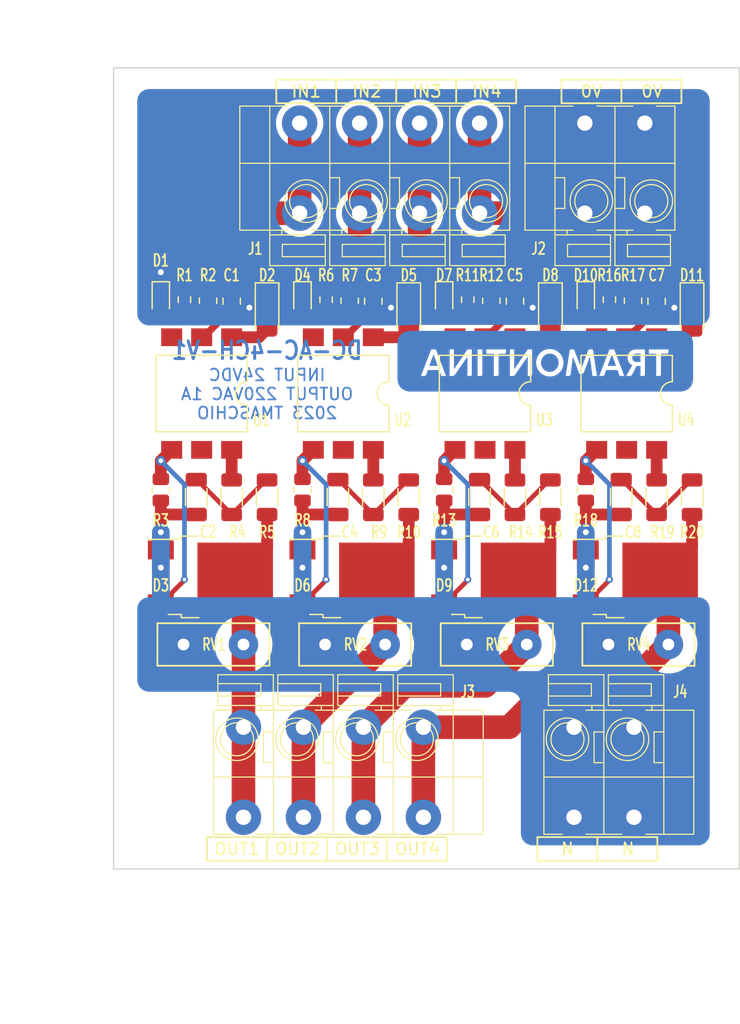
<source format=kicad_pcb>
(kicad_pcb (version 20221018) (generator pcbnew)
  (layers (0 "F.Cu" signal) (31 "B.Cu" signal) (34 "B.Paste" user) (35 "F.Paste" user) (36 "B.SilkS" user "B.Silkscreen") (37 "F.SilkS" user "F.Silkscreen") (38 "B.Mask" user) (39 "F.Mask" user) (44 "Edge.Cuts" user))
  (net 0 "")
  (net 1 "GND")
  (net 2 "Net-(D2-K)")
  (net 3 "Net-(C2-Pad1)")
  (net 4 "NEUTRAL")
  (net 5 "Net-(D5-K)")
  (net 6 "Net-(C4-Pad1)")
  (net 7 "Net-(D8-K)")
  (net 8 "Net-(C6-Pad1)")
  (net 9 "Net-(D11-K)")
  (net 10 "Net-(C8-Pad1)")
  (net 11 "Net-(D1-A)")
  (net 12 "Net-(D2-A)")
  (net 13 "Net-(D3-A2)")
  (net 14 "Net-(D3-G)")
  (net 15 "Net-(D4-A)")
  (net 16 "Net-(D5-A)")
  (net 17 "Net-(D6-A2)")
  (net 18 "Net-(D6-G)")
  (net 19 "Net-(D7-A)")
  (net 20 "Net-(D8-A)")
  (net 21 "Net-(D9-A2)")
  (net 22 "Net-(D9-G)")
  (net 23 "Net-(D10-A)")
  (net 24 "Net-(D11-A)")
  (net 25 "Net-(D12-A2)")
  (net 26 "Net-(D12-G)")
  (net 27 "Net-(J1-Pin_1)")
  (net 28 "Net-(J1-Pin_2)")
  (net 29 "Net-(J1-Pin_3)")
  (net 30 "Net-(J1-Pin_4)")
  (net 31 "Net-(R4-Pad2)")
  (net 32 "Net-(R9-Pad2)")
  (net 33 "Net-(R14-Pad2)")
  (net 34 "Net-(R19-Pad2)")
  (footprint "Tales:R_0603_1608Metric" (layer "F.Cu") (at 126 81.825 -90)
    (fp_text reference "R1")
    (fp_text value "5,6k/100mW")
  )
  (footprint "Tales:Logo_Tramontina_25mm_Bottom" (layer "F.Cu") (at 156.5 87)
    (fp_text reference "REF**" hide)
    (fp_text value "Logo_Tramontina_25mm_Silk" hide)
  )
  (footprint "Tales:C_1206_3216Metric" (layer "F.Cu") (at 151 98.525 -90)
    (fp_text reference "C6")
    (fp_text value "22nF/630V")
  )
  (footprint "Tales:LED_0603_1608Metric" (layer "F.Cu") (at 148 81.7875 -90)
    (fp_text reference "D7")
    (fp_text value "GREEN")
  )
  (footprint "Tales:C_1206_3216Metric" (layer "F.Cu") (at 127 98.525 -90)
    (fp_text reference "C2")
    (fp_text value "22nF/630V")
  )
  (footprint "Tales:TerminalBlock_Dibo_DB142V-5.08-4P_1x04_P5.08mm_Vertical" (layer "F.Cu") (at 131 125.62)
    (fp_text reference "J3")
    (fp_text value "DB142V-5.08-4P")
  )
  (footprint "Tales:D_SOD-123" (layer "F.Cu") (at 169 82.65 -90)
    (fp_text reference "D11")
    (fp_text value "9V1/500mW")
  )
  (footprint "Tales:R_0805_2012Metric" (layer "F.Cu") (at 160 97.9125 -90)
    (fp_text reference "R18")
    (fp_text value "390R/125mW")
  )
  (footprint "Tales:R_0805_2012Metric" (layer "F.Cu") (at 152 81.9125 -90)
    (fp_text reference "R12")
    (fp_text value "1k8/125mW")
  )
  (footprint "Tales:R_1206_3216Metric" (layer "F.Cu") (at 157 98.5375 90)
    (fp_text reference "R15")
    (fp_text value "51R/250mW")
  )
  (footprint "Tales:C_0805_2012Metric" (layer "F.Cu") (at 142 81.95 -90)
    (fp_text reference "C3")
    (fp_text value "33nF/50V")
  )
  (footprint "Tales:C_1206_3216Metric" (layer "F.Cu") (at 139 98.525 -90)
    (fp_text reference "C4")
    (fp_text value "22nF/630V")
  )
  (footprint "Tales:R_1206_3216Metric" (layer "F.Cu") (at 145 98.5375 90)
    (fp_text reference "R10")
    (fp_text value "51R/250mW")
  )
  (footprint "Tales:LED_0603_1608Metric" (layer "F.Cu") (at 124 81.7875 -90)
    (fp_text reference "D1")
    (fp_text value "GREEN")
  )
  (footprint "Tales:SMDIP-6_W9.53mm_Clearance8mm" (layer "F.Cu") (at 163.46 89.765 -90)
    (fp_text reference "U4")
    (fp_text value "MOC3063S")
  )
  (footprint "Tales:TO-252-2" (layer "F.Cu") (at 152.2 105.28)
    (fp_text reference "D9")
    (fp_text value "T435-600B")
  )
  (footprint "Tales:R_0805_2012Metric" (layer "F.Cu") (at 148 97.9125 -90)
    (fp_text reference "R13")
    (fp_text value "390R/125mW")
  )
  (footprint "Tales:C_1206_3216Metric" (layer "F.Cu") (at 163 98.525 -90)
    (fp_text reference "C8")
    (fp_text value "22nF/630V")
  )
  (footprint "Tales:R_0805_2012Metric" (layer "F.Cu") (at 136 97.9125 -90)
    (fp_text reference "R8")
    (fp_text value "390R/125mW")
  )
  (footprint "Tales:TO-252-2" (layer "F.Cu") (at 164.2 105.28)
    (fp_text reference "D12")
    (fp_text value "T435-600B")
  )
  (footprint "Tales:R_1206_3216Metric" (layer "F.Cu") (at 154 98.5375 90)
    (fp_text reference "R14")
    (fp_text value "150R/250mW")
  )
  (footprint "Tales:C_0805_2012Metric" (layer "F.Cu") (at 154 81.95 -90)
    (fp_text reference "C5")
    (fp_text value "33nF/50V")
  )
  (footprint "Tales:TO-252-2" (layer "F.Cu") (at 128.2 105.28)
    (fp_text reference "D3")
    (fp_text value "T435-600B")
  )
  (footprint "Tales:R_0603_1608Metric" (layer "F.Cu") (at 162 81.825 -90)
    (fp_text reference "R16")
    (fp_text value "5,6k/100mW")
  )
  (footprint "Tales:RV_Disc_D9.50mm_W3.6mm_P5.08mm" (layer "F.Cu") (at 155 111 180)
    (fp_text reference "RV3")
    (fp_text value "275VAC")
  )
  (footprint "Tales:TerminalBlock_Dibo_DB142V-5.08-4P_1x04_P5.08mm_Vertical" (layer "F.Cu") (at 151 66.88 180)
    (fp_text reference "J1")
    (fp_text value "DB142V-5.08-4P")
  )
  (footprint "Tales:R_0603_1608Metric" (layer "F.Cu") (at 150 81.825 -90)
    (fp_text reference "R11")
    (fp_text value "5,6k/100mW")
  )
  (footprint "Tales:TO-252-2" (layer "F.Cu") (at 140.2 105.28)
    (fp_text reference "D6")
    (fp_text value "T435-600B")
  )
  (footprint "Tales:R_0603_1608Metric" (layer "F.Cu") (at 138 81.825 -90)
    (fp_text reference "R6")
    (fp_text value "5,6k/100mW")
  )
  (footprint "Tales:TerminalBlock_Dibo_DB142V-5.08-2P_1x02_P5.08mm_Vertical" (layer "F.Cu") (at 159 125.62)
    (fp_text reference "J4")
    (fp_text value "DB142V-5.08-2P")
  )
  (footprint "Tales:RV_Disc_D9.50mm_W3.6mm_P5.08mm" (layer "F.Cu") (at 167 111 180)
    (fp_text reference "RV4")
    (fp_text value "275VAC")
  )
  (footprint "Tales:R_0805_2012Metric" (layer "F.Cu") (at 128 81.9125 -90)
    (fp_text reference "R2")
    (fp_text value "1k8/125mW")
  )
  (footprint "Tales:D_SOD-123" (layer "F.Cu") (at 157 82.65 -90)
    (fp_text reference "D8")
    (fp_text value "9V1/500mW")
  )
  (footprint "Tales:R_1206_3216Metric" (layer "F.Cu") (at 169 98.5375 90)
    (fp_text reference "R20")
    (fp_text value "51R/250mW")
  )
  (footprint "Tales:R_0805_2012Metric" (layer "F.Cu") (at 140 81.9125 -90)
    (fp_text reference "R7")
    (fp_text value "1k8/125mW")
  )
  (footprint "Tales:RV_Disc_D9.50mm_W3.6mm_P5.08mm" (layer "F.Cu") (at 131 111 180)
    (fp_text reference "RV1")
    (fp_text value "275VAC")
  )
  (footprint "Tales:TerminalBlock_Dibo_DB142V-5.08-2P_1x02_P5.08mm_Vertical" (layer "F.Cu") (at 165 66.88 180)
    (fp_text reference "J2")
    (fp_text value "DB142V-5.08-2P")
  )
  (footprint "Tales:R_1206_3216Metric" (layer "F.Cu") (at 133 98.5375 90)
    (fp_text reference "R5")
    (fp_text value "51R/250mW")
  )
  (footprint "Tales:LED_0603_1608Metric" (layer "F.Cu") (at 160 81.7875 -90)
    (fp_text reference "D10")
    (fp_text value "GREEN")
  )
  (footprint "Tales:SMDIP-6_W9.53mm_Clearance8mm" (layer "F.Cu") (at 139.46 89.765 -90)
    (fp_text reference "U2")
    (fp_text value "MOC3063S")
  )
  (footprint "Tales:C_0805_2012Metric" (layer "F.Cu") (at 166 81.95 -90)
    (fp_text reference "C7")
    (fp_text value "33nF/50V")
  )
  (footprint "Tales:RV_Disc_D9.50mm_W3.6mm_P5.08mm" (layer "F.Cu") (at 143 111 180)
    (fp_text reference "RV2")
    (fp_text value "275VAC")
  )
  (footprint "Tales:D_SOD-123" (layer "F.Cu") (at 133 82.65 -90)
    (fp_text reference "D2")
    (fp_text value "9V1/500mW")
  )
  (footprint "Tales:C_0805_2012Metric" (layer "F.Cu") (at 130 81.95 -90)
    (fp_text reference "C1")
    (fp_text value "33nF/50V")
  )
  (footprint "Tales:D_SOD-123" (layer "F.Cu") (at 145 82.65 -90)
    (fp_text reference "D5")
    (fp_text value "9V1/500mW")
  )
  (footprint "Tales:LED_0603_1608Metric" (layer "F.Cu") (at 136 81.7875 -90)
    (fp_text reference "D4")
    (fp_text value "GREEN")
  )
  (footprint "Tales:SMDIP-6_W9.53mm_Clearance8mm" (layer "F.Cu") (at 127.46 89.765 -90)
    (fp_text reference "U1")
    (fp_text value "MOC3063S")
  )
  (footprint "Tales:SMDIP-6_W9.53mm_Clearance8mm" (layer "F.Cu") (at 151.46 89.765 -90)
    (fp_text reference "U3")
    (fp_text value "MOC3063S")
  )
  (footprint "Tales:R_1206_3216Metric" (layer "F.Cu") (at 130 98.5375 90)
    (fp_text reference "R4")
    (fp_text value "150R/250mW")
  )
  (footprint "Tales:R_0805_2012Metric" (layer "F.Cu") (at 124 97.9125 -90)
    (fp_text reference "R3")
    (fp_text value "390R/125mW")
  )
  (footprint "Tales:R_1206_3216Metric" (layer "F.Cu") (at 166 98.5375 90)
    (fp_text reference "R19")
    (fp_text value "150R/250mW")
  )
  (footprint "Tales:R_1206_3216Metric" (layer "F.Cu") (at 142 98.5375 90)
    (fp_text reference "R9")
    (fp_text value "150R/250mW")
  )
  (footprint "Tales:R_0805_2012Metric" (layer "F.Cu") (at 164 81.9125 -90)
    (fp_text reference "R17")
    (fp_text value "1k8/125mW")
  )
  (gr_line (start 143.14 127.3) (end 143.14 129.3) (stroke (width 0.15)) (layer "F.SilkS"))
  (gr_rect (start 133.78 63.2) (end 154.1 65.2) (stroke (width 0.15)) (fill none) (layer "F.SilkS"))
  (gr_line (start 160.98 127.3) (end 160.98 129.3) (stroke (width 0.15)) (layer "F.SilkS"))
  (gr_line (start 132.98 127.3) (end 132.98 129.3) (stroke (width 0.15)) (layer "F.SilkS"))
  (gr_rect (start 155.9 127.3) (end 166.06 129.3) (stroke (width 0.15)) (fill none) (layer "F.SilkS"))
  (gr_rect (start 157.94 63.2) (end 168.1 65.2) (stroke (width 0.15)) (fill none) (layer "F.SilkS"))
  (gr_line (start 138.06 127.3) (end 138.06 129.3) (stroke (width 0.15)) (layer "F.SilkS"))
  (gr_line (start 163.02 63.2) (end 163.02 65.2) (stroke (width 0.15)) (layer "F.SilkS"))
  (gr_line (start 149.02 63.2) (end 149.02 65.2) (stroke (width 0.15)) (layer "F.SilkS"))
  (gr_line (start 138.86 63.2) (end 138.86 65.2) (stroke (width 0.15)) (layer "F.SilkS"))
  (gr_rect (start 127.9 127.3) (end 148.22 129.3) (stroke (width 0.15)) (fill none) (layer "F.SilkS"))
  (gr_line (start 143.94 63.2) (end 143.94 65.2) (stroke (width 0.15)) (layer "F.SilkS"))
  (gr_rect (start 120 62.2) (end 173 130) (stroke (width 0.1)) (fill none) (layer "Edge.Cuts"))
  (gr_text "DC-AC-4CH-V1" (at 133 87) (layer "B.Cu") (effects (font (size 1.5 1.3) (thickness 0.25) bold) (justify bottom mirror)))
  (gr_text "INPUT 24VDC\nOUTPUT 220VAC 1A\n2023 TMASCHIO" (at 133 92) (layer "B.Cu") (effects (font (size 1 1)) (justify bottom mirror)))
  (gr_text "0V" (at 160.48 64.2) (layer "F.SilkS") (effects (font (size 1 1) (thickness 0.16) bold)))
  (gr_text "IN3" (at 146.54 64.2) (layer "F.SilkS") (effects (font (size 1 1) (thickness 0.16) bold)))
  (gr_text "N" (at 158.44 128.3) (layer "F.SilkS") (effects (font (size 1 1) (thickness 0.16) bold)))
  (gr_text "OUT4" (at 145.74 128.3) (layer "F.SilkS") (effects (font (size 1 1) (thickness 0.16) bold)))
  (gr_text "OUT2" (at 135.58 128.3) (layer "F.SilkS") (effects (font (size 1 1) (thickness 0.16) bold)))
  (gr_text "N" (at 163.58 128.3) (layer "F.SilkS") (effects (font (size 1 1) (thickness 0.16) bold)))
  (gr_text "OUT1" (at 130.44 128.3) (layer "F.SilkS") (effects (font (size 1 1) (thickness 0.16) bold)))
  (gr_text "IN4" (at 151.62 64.2) (layer "F.SilkS") (effects (font (size 1 1) (thickness 0.16) bold)))
  (gr_text "OUT3" (at 140.66 128.3) (layer "F.SilkS") (effects (font (size 1 1) (thickness 0.16) bold)))
  (gr_text "0V" (at 165.62 64.2) (layer "F.SilkS") (effects (font (size 1 1) (thickness 0.16) bold)))
  (gr_text "IN1" (at 136.32 64.2) (layer "F.SilkS") (effects (font (size 1 1) (thickness 0.16) bold)))
  (gr_text "IN2" (at 141.46 64.2) (layer "F.SilkS") (effects (font (size 1 1) (thickness 0.16) bold)))
  (segment (start 155.1 82.9) (end 155.5 82.5) (width 0.8) (layer "F.Cu") (net 1))
  (segment (start 139.46 85) (end 139.6 85) (width 0.6) (layer "F.Cu") (net 1))
  (segment (start 134.5 82.5) (end 131.5 82.5) (width 0.8) (layer "F.Cu") (net 1))
  (segment (start 163.46 85) (end 163.6 85) (width 0.6) (layer "F.Cu") (net 1))
  (segment (start 153.7 82.9) (end 154 82.9) (width 0.6) (layer "F.Cu") (net 1))
  (segment (start 148 81) (end 146.5 82.5) (width 0.8) (layer "F.Cu") (net 1))
  (segment (start 129.7 82.9) (end 130 82.9) (width 0.6) (layer "F.Cu") (net 1))
  (segment (start 124 81) (end 124 79.5) (width 0.8) (layer "F.Cu") (net 1))
  (segment (start 151.46 85) (end 151.6 85) (width 0.6) (layer "F.Cu") (net 1))
  (segment (start 131.1 82.9) (end 131.5 82.5) (width 0.8) (layer "F.Cu") (net 1))
  (segment (start 142 82.9) (end 143.1 82.9) (width 0.8) (layer "F.Cu") (net 1))
  (segment (start 143.1 82.9) (end 143.5 82.5) (width 0.8) (layer "F.Cu") (net 1))
  (segment (start 146.5 82.5) (end 143.5 82.5) (width 0.8) (layer "F.Cu") (net 1))
  (segment (start 127.46 85) (end 127.6 85) (width 0.6) (layer "F.Cu") (net 1))
  (segment (start 127.6 85) (end 129.7 82.9) (width 0.6) (layer "F.Cu") (net 1))
  (segment (start 141.7 82.9) (end 142 82.9) (width 0.6) (layer "F.Cu") (net 1))
  (segment (start 130 82.9) (end 131.1 82.9) (width 0.8) (layer "F.Cu") (net 1))
  (segment (start 165.7 82.9) (end 166 82.9) (width 0.6) (layer "F.Cu") (net 1))
  (segment (start 139.6 85) (end 141.7 82.9) (width 0.6) (layer "F.Cu") (net 1))
  (segment (start 166 82.9) (end 167.1 82.9) (width 0.8) (layer "F.Cu") (net 1))
  (segment (start 136 81) (end 134.5 82.5) (width 0.8) (layer "F.Cu") (net 1))
  (segment (start 154 82.9) (end 155.1 82.9) (width 0.8) (layer "F.Cu") (net 1))
  (segment (start 158.5 82.5) (end 155.5 82.5) (width 0.8) (layer "F.Cu") (net 1))
  (segment (start 151.6 85) (end 153.7 82.9) (width 0.6) (layer "F.Cu") (net 1))
  (segment (start 160 81) (end 158.5 82.5) (width 0.8) (layer "F.Cu") (net 1))
  (segment (start 167.1 82.9) (end 167.5 82.5) (width 0.8) (layer "F.Cu") (net 1))
  (segment (start 163.6 85) (end 165.7 82.9) (width 0.6) (layer "F.Cu") (net 1))
  (via (at 143.5 82.5) (size 1.2) (drill 0.5) (layers "F.Cu" "B.Cu") (net 1))
  (via (at 155.5 82.5) (size 1.2) (drill 0.5) (layers "F.Cu" "B.Cu") (net 1))
  (via (at 167.5 82.5) (size 1.2) (drill 0.5) (layers "F.Cu" "B.Cu") (net 1))
  (via (at 124 79.5) (size 1.2) (drill 0.5) (layers "F.Cu" "B.Cu") (net 1))
  (via (at 131.5 82.5) (size 1.2) (drill 0.5) (layers "F.Cu" "B.Cu") (net 1))
  (segment (start 127 82.5) (end 124 79.5) (width 1) (layer "B.Cu") (net 1))
  (segment (start 167.5 82.5) (end 155.5 82.5) (width 1) (layer "B.Cu") (net 1))
  (segment (start 159.92 74.5) (end 165 74.5) (width 2) (layer "B.Cu") (net 1))
  (segment (start 167.5 79) (end 167.5 82.5) (width 1) (layer "B.Cu") (net 1))
  (segment (start 159.92 66.88) (end 159.92 74.5) (width 2) (layer "B.Cu") (net 1))
  (segment (start 155.5 82.5) (end 143.5 82.5) (width 1) (layer "B.Cu") (net 1))
  (segment (start 131.5 82.5) (end 127 82.5) (width 1) (layer "B.Cu") (net 1))
  (segment (start 165 74.5) (end 165 76.5) (width 2) (layer "B.Cu") (net 1))
  (segment (start 165 66.88) (end 165 74.5) (width 2) (layer "B.Cu") (net 1))
  (segment (start 165 76.5) (end 167.5 79) (width 1) (layer "B.Cu") (net 1))
  (segment (start 143.5 82.5) (end 131.5 82.5) (width 1) (layer "B.Cu") (net 1))
  (segment (start 133 81) (end 130 81) (width 0.8) (layer "F.Cu") (net 2))
  (segment (start 130 81) (end 128 81) (width 0.8) (layer "F.Cu") (net 2))
  (segment (start 127 97.05) (end 127.05 97.05) (width 0.4) (layer "F.Cu") (net 3))
  (segment (start 132.925 97.075) (end 130 100) (width 0.4) (layer "F.Cu") (net 3))
  (segment (start 127.05 97.05) (end 130 100) (width 0.4) (layer "F.Cu") (net 3))
  (segment (start 133 97.075) (end 132.925 97.075) (width 0.4) (layer "F.Cu") (net 3))
  (segment (start 124 98.825) (end 124 100) (width 1) (layer "F.Cu") (net 4))
  (segment (start 124 101.5) (end 124 103) (width 1) (layer "F.Cu") (net 4))
  (segment (start 136 100) (end 136 101.5) (width 1) (layer "F.Cu") (net 4))
  (segment (start 148 103) (end 148 104.5) (width 1.5) (layer "F.Cu") (net 4))
  (segment (start 136 101.5) (end 136 103) (width 1) (layer "F.Cu") (net 4))
  (segment (start 151 100) (end 148 100) (width 1) (layer "F.Cu") (net 4))
  (segment (start 136 103) (end 136 104.5) (width 1.5) (layer "F.Cu") (net 4))
  (segment (start 163 100) (end 160 100) (width 1) (layer "F.Cu") (net 4))
  (segment (start 148 101.5) (end 148 103) (width 1) (layer "F.Cu") (net 4))
  (segment (start 160 100) (end 160 101.5) (width 1) (layer "F.Cu") (net 4))
  (segment (start 148 98.825) (end 148 100) (width 1) (layer "F.Cu") (net 4))
  (segment (start 127 100) (end 124 100) (width 1) (layer "F.Cu") (net 4))
  (segment (start 160 101.5) (end 160 103) (width 1) (layer "F.Cu") (net 4))
  (segment (start 160 103) (end 160 104.5) (width 1.5) (layer "F.Cu") (net 4))
  (segment (start 139 100) (end 136 100) (width 1) (layer "F.Cu") (net 4))
  (segment (start 124 100) (end 124 101.5) (width 1) (layer "F.Cu") (net 4))
  (segment (start 148 100) (end 148 101.5) (width 1) (layer "F.Cu") (net 4))
  (segment (start 136 98.825) (end 136 100) (width 1) (layer "F.Cu") (net 4))
  (segment (start 160 98.825) (end 160 100) (width 1) (layer "F.Cu") (net 4))
  (segment (start 124 103) (end 124 104.5) (width 1.5) (layer "F.Cu") (net 4))
  (via (at 136 104.5) (size 1.3) (drill 0.5) (layers "F.Cu" "B.Cu") (net 4))
  (via (at 148 104.5) (size 1.3) (drill 0.5) (layers "F.Cu" "B.Cu") (net 4))
  (via (at 148 101.5) (size 1.3) (drill 0.5) (layers "F.Cu" "B.Cu") (net 4))
  (via (at 160 101.5) (size 1.3) (drill 0.5) (layers "F.Cu" "B.Cu") (net 4))
  (via (at 160 104.5) (size 1.3) (drill 0.5) (layers "F.Cu" "B.Cu") (net 4))
  (via (at 136 101.5) (size 1.3) (drill 0.5) (layers "F.Cu" "B.Cu") (net 4))
  (via (at 124 104.5) (size 1.3) (drill 0.5) (layers "F.Cu" "B.Cu") (net 4))
  (via (at 124 101.5) (size 1.3) (drill 0.5) (layers "F.Cu" "B.Cu") (net 4))
  (segment (start 159 114) (end 127 114) (width 1.5) (layer "B.Cu") (net 4))
  (segment (start 125.92 112.92) (end 125.92 111) (width 1.5) (layer "B.Cu") (net 4))
  (segment (start 124 109.08) (end 125.92 111) (width 1.5) (layer "B.Cu") (net 4))
  (segment (start 148 104.5) (end 148 109.08) (width 1.5) (layer "B.Cu") (net 4))
  (segment (start 124 104.5) (end 124 109.08) (width 1.5) (layer "B.Cu") (net 4))
  (segment (start 127 114) (end 125.92 112.92) (width 1.5) (layer "B.Cu") (net 4))
  (segment (start 149.92 111) (end 149.92 114) (width 1.5) (layer "B.Cu") (net 4))
  (segment (start 160 104.5) (end 160 109.08) (width 1.5) (layer "B.Cu") (net 4))
  (segment (start 137.92 111) (end 137.92 114) (width 1.5) (layer "B.Cu") (net 4))
  (segment (start 159 118) (end 164.08 118) (width 2) (layer "B.Cu") (net 4))
  (segment (start 136 104.5) (end 136 109.08) (width 1.5) (layer "B.Cu") (net 4))
  (segment (start 148 109.08) (end 149.92 111) (width 1.5) (layer "B.Cu") (net 4))
  (segment (start 160 109.08) (end 161.92 111) (width 1.5) (layer "B.Cu") (net 4))
  (segment (start 148 104.5) (end 148 101.5) (width 1.5) (layer "B.Cu") (net 4))
  (segment (start 136 109.08) (end 137.92 111) (width 1.5) (layer "B.Cu") (net 4))
  (segment (start 160 104.5) (end 160 101.5) (width 1.5) (layer "B.Cu") (net 4))
  (segment (start 164.08 125.62) (end 164.08 118) (width 2) (layer "B.Cu") (net 4))
  (segment (start 159 113.92) (end 161.92 111) (width 2) (layer "B.Cu") (net 4))
  (segment (start 159 118) (end 159 113.92) (width 2) (layer "B.Cu") (net 4))
  (segment (start 136 104.5) (end 136 101.5) (width 1.5) (layer "B.Cu") (net 4))
  (segment (start 159 125.62) (end 159 118) (width 2) (layer "B.Cu") (net 4))
  (segment (start 124 104.5) (end 124 101.5) (width 1.5) (layer "B.Cu") (net 4))
  (segment (start 145 81) (end 142 81) (width 0.8) (layer "F.Cu") (net 5))
  (segment (start 142 81) (end 140 81) (width 0.8) (layer "F.Cu") (net 5))
  (segment (start 145 97.075) (end 144.925 97.075) (width 1) (layer "F.Cu") (net 6))
  (segment (start 139.05 97.05) (end 142 100) (width 0.4) (layer "F.Cu") (net 6))
  (segment (start 139 97.05) (end 139.05 97.05) (width 0.4) (layer "F.Cu") (net 6))
  (segment (start 144.925 97.075) (end 142 100) (width 0.4) (layer "F.Cu") (net 6))
  (segment (start 157 81) (end 154 81) (width 0.8) (layer "F.Cu") (net 7))
  (segment (start 154 81) (end 152 81) (width 0.8) (layer "F.Cu") (net 7))
  (segment (start 151.05 97.05) (end 154 100) (width 0.4) (layer "F.Cu") (net 8))
  (segment (start 154 100) (end 156.925 97.075) (width 0.4) (layer "F.Cu") (net 8))
  (segment (start 156.925 97.075) (end 157 97.075) (width 0.4) (layer "F.Cu") (net 8))
  (segment (start 151 97.05) (end 151.05 97.05) (width 0.4) (layer "F.Cu") (net 8))
  (segment (start 169 81) (end 166 81) (width 0.8) (layer "F.Cu") (net 9))
  (segment (start 166 81) (end 164 81) (width 0.8) (layer "F.Cu") (net 9))
  (segment (start 168.925 97.075) (end 166 100) (width 0.4) (layer "F.Cu") (net 10))
  (segment (start 169 97.075) (end 168.925 97.075) (width 0.4) (layer "F.Cu") (net 10))
  (segment (start 163.05 97.05) (end 166 100) (width 0.4) (layer "F.Cu") (net 10))
  (segment (start 163 97.05) (end 163.05 97.05) (width 1) (layer "F.Cu") (net 10))
  (segment (start 124.075 82.65) (end 124 82.575) (width 0.8) (layer "F.Cu") (net 11))
  (segment (start 126 82.65) (end 124.075 82.65) (width 0.8) (layer "F.Cu") (net 11))
  (segment (start 130 85) (end 132.3 85) (width 1) (layer "F.Cu") (net 12))
  (segment (start 132.3 85) (end 133 84.3) (width 1) (layer "F.Cu") (net 12))
  (segment (start 131 125.62) (end 131 118) (width 2) (layer "F.Cu") (net 13))
  (segment (start 131 118) (end 131 111) (width 2) (layer "F.Cu") (net 13))
  (segment (start 133 102.58) (end 130.3 105.28) (width 1) (layer "F.Cu") (net 13))
  (segment (start 131 105.98) (end 130.3 105.28) (width 2) (layer "F.Cu") (net 13))
  (segment (start 131 111) (end 131 105.98) (width 2) (layer "F.Cu") (net 13))
  (segment (start 133 100) (end 133 102.58) (width 1) (layer "F.Cu") (net 13))
  (segment (start 126 105.56) (end 124 107.56) (width 0.4) (layer "F.Cu") (net 14))
  (segment (start 126 105.5) (end 126 105.56) (width 0.4) (layer "F.Cu") (net 14))
  (segment (start 124 95.45) (end 124.92 94.53) (width 1) (layer "F.Cu") (net 14))
  (segment (start 124 97) (end 124 95.45) (width 1) (layer "F.Cu") (net 14))
  (via (at 126 105.5) (size 0.6) (drill 0.3) (layers "F.Cu" "B.Cu") (net 14))
  (via (at 124 95.45) (size 0.8) (drill 0.4) (layers "F.Cu" "B.Cu") (net 14))
  (segment (start 124 95.45) (end 126 97.45) (width 0.4) (layer "B.Cu") (net 14))
  (segment (start 126 97.45) (end 126 105.5) (width 0.4) (layer "B.Cu") (net 14))
  (segment (start 136.075 82.65) (end 136 82.575) (width 0.8) (layer "F.Cu") (net 15))
  (segment (start 138 82.65) (end 136.075 82.65) (width 0.8) (layer "F.Cu") (net 15))
  (segment (start 142 85) (end 144.3 85) (width 1) (layer "F.Cu") (net 16))
  (segment (start 144.3 85) (end 145 84.3) (width 1) (layer "F.Cu") (net 16))
  (segment (start 143 111) (end 143 105.98) (width 2) (layer "F.Cu") (net 17))
  (segment (start 136.08 125.62) (end 136.08 118) (width 2) (layer "F.Cu") (net 17))
  (segment (start 136.08 118) (end 136.08 117.92) (width 2) (layer "F.Cu") (net 17))
  (segment (start 136.08 117.92) (end 143 111) (width 2) (layer "F.Cu") (net 17))
  (segment (start 143 105.98) (end 142.3 105.28) (width 2) (layer "F.Cu") (net 17))
  (segment (start 145 100) (end 145 102.58) (width 1) (layer "F.Cu") (net 17))
  (segment (start 145 102.58) (end 142.3 105.28) (width 1) (layer "F.Cu") (net 17))
  (segment (start 136 97) (end 136 95.45) (width 1) (layer "F.Cu") (net 18))
  (segment (start 138 105.5) (end 138 105.56) (width 0.4) (layer "F.Cu") (net 18))
  (segment (start 136 95.45) (end 136.92 94.53) (width 1) (layer "F.Cu") (net 18))
  (segment (start 138 105.56) (end 136 107.56) (width 0.4) (layer "F.Cu") (net 18))
  (via (at 138 105.5) (size 0.6) (drill 0.3) (layers "F.Cu" "B.Cu") (net 18))
  (via (at 136 95.45) (size 0.8) (drill 0.4) (layers "F.Cu" "B.Cu") (net 18))
  (segment (start 138 97.45) (end 138 105.5) (width 0.4) (layer "B.Cu") (net 18))
  (segment (start 136 95.45) (end 138 97.45) (width 0.4) (layer "B.Cu") (net 18))
  (segment (start 150 82.65) (end 148.075 82.65) (width 0.8) (layer "F.Cu") (net 19))
  (segment (start 148.075 82.65) (end 148 82.575) (width 0.8) (layer "F.Cu") (net 19))
  (segment (start 154 85) (end 156.3 85) (width 1) (layer "F.Cu") (net 20))
  (segment (start 156.3 85) (end 157 84.3) (width 1) (layer "F.Cu") (net 20))
  (segment (start 157 100) (end 157 102.58) (width 1) (layer "F.Cu") (net 21))
  (segment (start 155 105.98) (end 154.3 105.28) (width 2) (layer "F.Cu") (net 21))
  (segment (start 141.16 125.62) (end 141.16 118) (width 2) (layer "F.Cu") (net 21))
  (segment (start 141.16 118) (end 144.66 114.5) (width 2) (layer "F.Cu") (net 21))
  (segment (start 151.5 114.5) (end 155 111) (width 2) (layer "F.Cu") (net 21))
  (segment (start 144.66 114.5) (end 151.5 114.5) (width 2) (layer "F.Cu") (net 21))
  (segment (start 155 111) (end 155 105.98) (width 2) (layer "F.Cu") (net 21))
  (segment (start 157 102.58) (end 154.3 105.28) (width 1) (layer "F.Cu") (net 21))
  (segment (start 148 95.45) (end 148.92 94.53) (width 1) (layer "F.Cu") (net 22))
  (segment (start 150 105.5) (end 150 105.56) (width 0.4) (layer "F.Cu") (net 22))
  (segment (start 150 105.56) (end 148 107.56) (width 0.4) (layer "F.Cu") (net 22))
  (segment (start 148 97) (end 148 95.45) (width 1) (layer "F.Cu") (net 22))
  (via (at 150 105.5) (size 0.6) (drill 0.3) (layers "F.Cu" "B.Cu") (net 22))
  (via (at 148 95.45) (size 0.8) (drill 0.4) (layers "F.Cu" "B.Cu") (net 22))
  (segment (start 148 95.45) (end 150 97.45) (width 0.4) (layer "B.Cu") (net 22))
  (segment (start 150 97.45) (end 150 105.5) (width 0.4) (layer "B.Cu") (net 22))
  (segment (start 160.075 82.65) (end 160 82.575) (width 0.8) (layer "F.Cu") (net 23))
  (segment (start 162 82.65) (end 160.075 82.65) (width 0.8) (layer "F.Cu") (net 23))
  (segment (start 168.3 85) (end 169 84.3) (width 1) (layer "F.Cu") (net 24))
  (segment (start 166 85) (end 168.3 85) (width 1) (layer "F.Cu") (net 24))
  (segment (start 146.24 125.62) (end 146.24 118) (width 2) (layer "F.Cu") (net 25))
  (segment (start 167 105.98) (end 166.3 105.28) (width 2) (layer "F.Cu") (net 25))
  (segment (start 157 114.5) (end 163.5 114.5) (width 2) (layer "F.Cu") (net 25))
  (segment (start 167 111) (end 167 105.98) (width 2) (layer "F.Cu") (net 25))
  (segment (start 169 102.58) (end 166.3 105.28) (width 1) (layer "F.Cu") (net 25))
  (segment (start 169 100) (end 169 102.58) (width 1) (layer "F.Cu") (net 25))
  (segment (start 163.5 114.5) (end 167 111) (width 2) (layer "F.Cu") (net 25))
  (segment (start 146.24 118) (end 153.5 118) (width 2) (layer "F.Cu") (net 25))
  (segment (start 153.5 118) (end 157 114.5) (width 2) (layer "F.Cu") (net 25))
  (segment (start 160 95.45) (end 160.92 94.53) (width 1) (layer "F.Cu") (net 26))
  (segment (start 162 105.56) (end 160 107.56) (width 0.4) (layer "F.Cu") (net 26))
  (segment (start 162 105.5) (end 162 105.56) (width 0.4) (layer "F.Cu") (net 26))
  (segment (start 160 97) (end 160 95.45) (width 1) (layer "F.Cu") (net 26))
  (via (at 160 95.45) (size 0.8) (drill 0.4) (layers "F.Cu" "B.Cu") (net 26))
  (via (at 162 105.5) (size 0.6) (drill 0.3) (layers "F.Cu" "B.Cu") (net 26))
  (segment (start 160 95.45) (end 162 97.45) (width 0.4) (layer "B.Cu") (net 26))
  (segment (start 162 97.45) (end 162 105.5) (width 0.4) (layer "B.Cu") (net 26))
  (segment (start 164 82.825) (end 163.825 82.825) (width 0.6) (layer "F.Cu") (net 27))
  (segment (start 151 66.88) (end 151 74.5) (width 2) (layer "F.Cu") (net 27))
  (segment (start 151 74.5) (end 153 74.5) (width 2) (layer "F.Cu") (net 27))
  (segment (start 155.5 74.5) (end 153 74.5) (width 0.8) (layer "F.Cu") (net 27))
  (segment (start 162 81) (end 155.5 74.5) (width 0.8) (layer "F.Cu") (net 27))
  (segment (start 163.825 82.825) (end 162 81) (width 0.6) (layer "F.Cu") (net 27))
  (segment (start 152 82.825) (end 151.825 82.825) (width 0.6) (layer "F.Cu") (net 28))
  (segment (start 145.92 66.88) (end 145.92 74.5) (width 2) (layer "F.Cu") (net 28))
  (segment (start 150 81) (end 150 80.58) (width 0.8) (layer "F.Cu") (net 28))
  (segment (start 145.92 76.5) (end 145.92 74.5) (width 2) (layer "F.Cu") (net 28))
  (segment (start 150 80.58) (end 145.92 76.5) (width 0.8) (layer "F.Cu") (net 28))
  (segment (start 151.825 82.825) (end 150 81) (width 0.6) (layer "F.Cu") (net 28))
  (segment (start 138 79.34) (end 140.84 76.5) (width 0.8) (layer "F.Cu") (net 29))
  (segment (start 138 81) (end 138 79.34) (width 0.8) (layer "F.Cu") (net 29))
  (segment (start 139.825 82.825) (end 138 81) (width 0.6) (layer "F.Cu") (net 29))
  (segment (start 140 82.825) (end 139.825 82.825) (width 0.6) (layer "F.Cu") (net 29))
  (segment (start 140.84 66.88) (end 140.84 74.5) (width 2) (layer "F.Cu") (net 29))
  (segment (start 140.84 76.5) (end 140.84 74.5) (width 2) (layer "F.Cu") (net 29))
  (segment (start 133.76 74.5) (end 135.76 74.5) (width 2) (layer "F.Cu") (net 30))
  (segment (start 127.825 82.825) (end 126 81) (width 0.6) (layer "F.Cu") (net 30))
  (segment (start 130.5 74.5) (end 126 79) (width 0.8) (layer "F.Cu") (net 30))
  (segment (start 128 82.825) (end 127.825 82.825) (width 0.6) (layer "F.Cu") (net 30))
  (segment (start 133.76 74.5) (end 130.5 74.5) (width 0.8) (layer "F.Cu") (net 30))
  (segment (start 126 79) (end 126 81) (width 0.8) (layer "F.Cu") (net 30))
  (segment (start 135.76 66.88) (end 135.76 74.5) (width 2) (layer "F.Cu") (net 30))
  (segment (start 130 94.53) (end 130 97.075) (width 1) (layer "F.Cu") (net 31))
  (segment (start 142 94.53) (end 142 97.075) (width 1) (layer "F.Cu") (net 32))
  (segment (start 154 94.53) (end 154 97.075) (width 1) (layer "F.Cu") (net 33))
  (segment (start 166 94.53) (end 166 97.075) (width 1) (layer "F.Cu") (net 34))
  (zone (net 1) (net_name "GND") (layer "B.Cu") (connect_pads yes (clearance 0.5)) (min_thickness 0.25) (fill yes (thermal_gap 0.5) (thermal_bridge_width 0.5) (smoothing fillet) (radius 1))
    (polygon (pts (xy 122 64) (xy 122 84) (xy 170.5 84) (xy 170.5 64)))
  )
  (zone (net 4) (net_name "NEUTRAL") (layer "B.Cu") (priority 1) (connect_pads yes (clearance 1.2)) (min_thickness 0.25) (fill yes (thermal_gap 0.5) (thermal_bridge_width 0.5) (smoothing fillet) (radius 1))
    (polygon (pts (xy 122 107) (xy 170.5 107) (xy 170.5 128) (xy 154.5 128) (xy 154.5 115) (xy 122 115)))
  )
)
</source>
